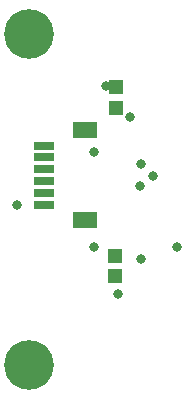
<source format=gbr>
G04 EAGLE Gerber X2 export*
%TF.Part,Single*%
%TF.FileFunction,Soldermask,Bot,1*%
%TF.FilePolarity,Negative*%
%TF.GenerationSoftware,Autodesk,EAGLE,9.0.0*%
%TF.CreationDate,2018-07-15T17:58:39Z*%
G75*
%MOMM*%
%FSLAX34Y34*%
%LPD*%
%AMOC8*
5,1,8,0,0,1.08239X$1,22.5*%
G01*
%ADD10C,4.203200*%
%ADD11R,1.203200X1.303200*%
%ADD12R,1.753200X0.803200*%
%ADD13R,2.003200X1.403200*%
%ADD14C,0.809600*%


D10*
X635000Y430000D03*
X635000Y150000D03*
D11*
X707300Y224900D03*
X707300Y241900D03*
X708300Y367700D03*
X708300Y384700D03*
D12*
X647300Y335400D03*
X647300Y325400D03*
X647300Y315400D03*
X647300Y305400D03*
X647300Y295400D03*
X647300Y285400D03*
D13*
X682250Y348400D03*
X682250Y272400D03*
D14*
X625000Y285000D03*
X700000Y386046D03*
X690000Y250000D03*
X740000Y310000D03*
X760000Y250000D03*
X720000Y360000D03*
X710000Y210000D03*
X730000Y320000D03*
X729014Y300986D03*
X730000Y239412D03*
X690000Y330000D03*
M02*

</source>
